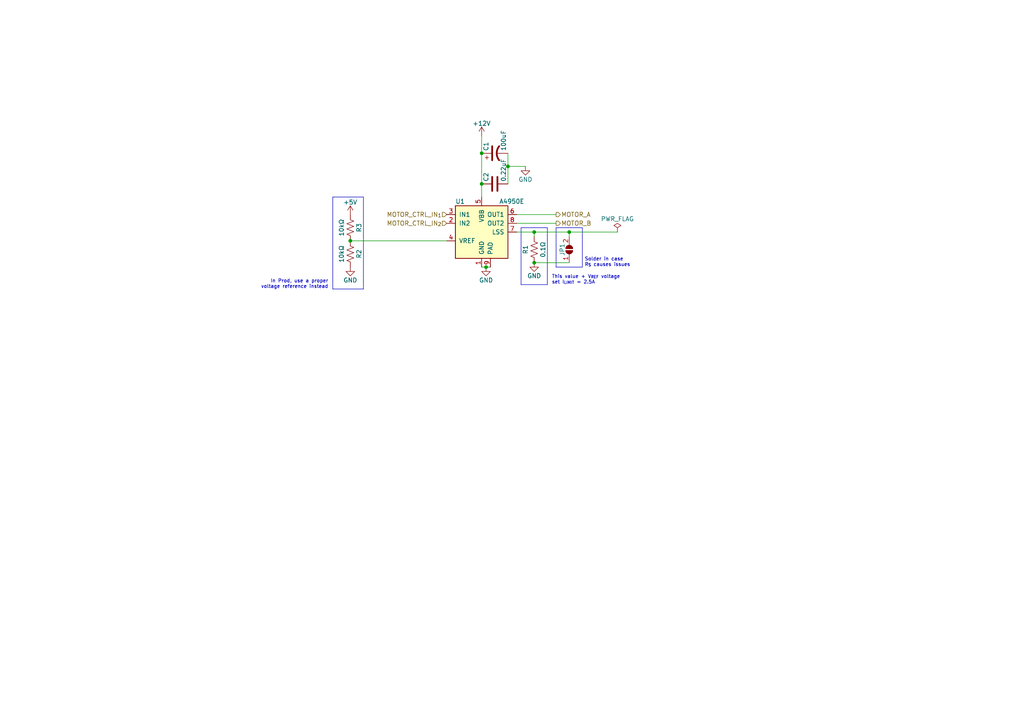
<source format=kicad_sch>
(kicad_sch (version 20230121) (generator eeschema)
  (paper "A4")
  (title_block (title "FooBot-Tests") (date "2023-03-17") (rev "1.0.0") (company "nschoe's labs"))
  (lib_symbols
    (symbol "Device:C" (pin_numbers hide) (pin_names (offset 0.254))
      (property "Reference" "C" (at 0.635 2.54 0))
      (property "Value" "C" (at 0.635 -2.54 0))
      (symbol "C_0_1"
        (polyline (pts (xy -2.032 -0.762) (xy 2.032 -0.762)) (stroke (width 0.508)))
        (polyline (pts (xy -2.032 0.762) (xy 2.032 0.762)) (stroke (width 0.508)))
      )
      (symbol "C_1_1"
        (pin passive line (at 0 3.81 270) (length 2.794) (name "~") (number "1"))
        (pin passive line (at 0 -3.81 90) (length 2.794) (name "~") (number "2"))
      )
    )
    (symbol "Device:C_Polarized_US" (pin_numbers hide) (pin_names (offset 0.254) hide)
      (property "Reference" "C" (at 0.635 2.54 0))
      (property "Value" "C_Polarized_US" (at 0.635 -2.54 0))
      (symbol "C_Polarized_US_0_1"
        (polyline (pts (xy -2.032 0.762) (xy 2.032 0.762)) (stroke (width 0.508)))
        (polyline (pts (xy -1.778 2.286) (xy -0.762 2.286)))
        (polyline (pts (xy -1.27 1.778) (xy -1.27 2.794)))
        (arc (start 2.032 -1.27) (mid 0 -0.5572) (end -2.032 -1.27) (stroke (width 0.508)))
      )
      (symbol "C_Polarized_US_1_1"
        (pin passive line (at 0 3.81 270) (length 2.794) (name "~") (number "1"))
        (pin passive line (at 0 -3.81 90) (length 3.302) (name "~") (number "2"))
      )
    )
    (symbol "Device:R_US" (pin_numbers hide) (pin_names (offset 0))
      (property "Reference" "R" (at 2.54 0 90))
      (property "Value" "R_US" (at -2.54 0 90))
      (symbol "R_US_0_1"
        (polyline (pts (xy 0 -2.286) (xy 0 -2.54)))
        (polyline (pts (xy 0 2.286) (xy 0 2.54)))
        (polyline (pts (xy 0 -0.762) (xy 1.016 -1.143) (xy 0 -1.524) (xy -1.016 -1.905) (xy 0 -2.286)))
        (polyline (pts (xy 0 0.762) (xy 1.016 0.381) (xy 0 0) (xy -1.016 -0.381) (xy 0 -0.762)))
        (polyline (pts (xy 0 2.286) (xy 1.016 1.905) (xy 0 1.524) (xy -1.016 1.143) (xy 0 0.762)))
      )
      (symbol "R_US_1_1"
        (pin passive line (at 0 3.81 270) (length 1.27) (name "~") (number "1"))
        (pin passive line (at 0 -3.81 90) (length 1.27) (name "~") (number "2"))
      )
    )
    (symbol "Driver_Motor:A4950E" (pin_names (offset 1.016))
      (property "Reference" "U" (at -7.62 8.89 0))
      (property "Value" "A4950E" (at 5.08 8.89 0))
      (symbol "A4950E_0_1"
        (rectangle (start -7.62 7.62) (end 7.62 -7.62) (stroke (width 0.254)) (fill (type background)))
      )
      (symbol "A4950E_1_1"
        (pin power_in line (at 0 -10.16 90) (length 2.54) (name "GND") (number "1"))
        (pin input line (at -10.16 2.54 0) (length 2.54) (name "IN2") (number "2"))
        (pin input line (at -10.16 5.08 0) (length 2.54) (name "IN1") (number "3"))
        (pin passive line (at -10.16 -2.54 0) (length 2.54) (name "VREF") (number "4"))
        (pin power_in line (at 0 10.16 270) (length 2.54) (name "VBB") (number "5"))
        (pin power_out line (at 10.16 5.08 180) (length 2.54) (name "OUT1") (number "6"))
        (pin power_in line (at 10.16 0 180) (length 2.54) (name "LSS") (number "7"))
        (pin power_out line (at 10.16 2.54 180) (length 2.54) (name "OUT2") (number "8"))
        (pin power_in line (at 2.54 -10.16 90) (length 2.54) (name "PAD") (number "9"))
      )
    )
    (symbol "Jumper:SolderJumper_2_Open" (pin_names (offset 0) hide)
      (property "Reference" "JP" (at 0 2.032 0))
      (property "Value" "SolderJumper_2_Open" (at 0 -2.54 0))
      (symbol "SolderJumper_2_Open_0_1"
        (arc (start -0.254 1.016) (mid -1.2656 0) (end -0.254 -1.016))
        (arc (start -0.254 1.016) (mid -1.2656 0) (end -0.254 -1.016) (fill (type outline)))
        (polyline (pts (xy -0.254 1.016) (xy -0.254 -1.016)))
        (polyline (pts (xy 0.254 1.016) (xy 0.254 -1.016)))
        (arc (start 0.254 -1.016) (mid 1.2656 0) (end 0.254 1.016))
        (arc (start 0.254 -1.016) (mid 1.2656 0) (end 0.254 1.016) (fill (type outline)))
      )
      (symbol "SolderJumper_2_Open_1_1"
        (pin passive line (at -3.81 0 0) (length 2.54) (name "A") (number "1"))
        (pin passive line (at 3.81 0 180) (length 2.54) (name "B") (number "2"))
      )
    )
    (symbol "power:+12V" (power) (pin_names (offset 0))
      (property "Value" "+12V" (at 0 3.556 0))
      (symbol "+12V_0_1"
        (polyline (pts (xy -0.762 1.27) (xy 0 2.54)))
        (polyline (pts (xy 0 0) (xy 0 2.54)))
        (polyline (pts (xy 0 2.54) (xy 0.762 1.27)))
      )
      (symbol "+12V_1_1"
        (pin power_in line (at 0 0 90) (length 0) hide (name "+12V") (number "1"))
      )
    )
    (symbol "power:+5V" (power) (pin_names (offset 0))
      (property "Value" "+5V" (at 0 3.556 0))
      (symbol "+5V_0_1"
        (polyline (pts (xy -0.762 1.27) (xy 0 2.54)))
        (polyline (pts (xy 0 0) (xy 0 2.54)))
        (polyline (pts (xy 0 2.54) (xy 0.762 1.27)))
      )
      (symbol "+5V_1_1"
        (pin power_in line (at 0 0 90) (length 0) hide (name "+5V") (number "1"))
      )
    )
    (symbol "power:GND" (power) (pin_names (offset 0))
      (property "Value" "GND" (at 0 -3.81 0))
      (symbol "GND_0_1"
        (polyline (pts (xy 0 0) (xy 0 -1.27) (xy 1.27 -1.27) (xy 0 -2.54) (xy -1.27 -1.27) (xy 0 -1.27)))
      )
      (symbol "GND_1_1"
        (pin power_in line (at 0 0 270) (length 0) hide (name "GND") (number "1"))
      )
    )
    (symbol "power:PWR_FLAG" (power) (pin_numbers hide) (pin_names (offset 0) hide)
      (property "Value" "PWR_FLAG" (at 0 3.81 0))
      (symbol "PWR_FLAG_0_0"
        (pin power_out line (at 0 0 90) (length 0) (name "pwr") (number "1"))
      )
      (symbol "PWR_FLAG_0_1"
        (polyline (pts (xy 0 0) (xy 0 1.27) (xy -1.016 1.905) (xy 0 2.54) (xy 1.016 1.905) (xy 0 1.27)))
      )
    )
  )
  (junction (at 154.94 76.2))
  (junction (at 139.7 53.34))
  (junction (at 165.1 67.31))
  (junction (at 140.97 77.47))
  (junction (at 154.94 67.31))
  (junction (at 101.6 69.85))
  (junction (at 147.32 48.26))
  (junction (at 139.7 44.45))
  (wire (pts (xy 147.32 48.26) (xy 147.32 53.34)))
  (polyline (pts (xy 96.52 57.15) (xy 105.41 57.15)))
  (polyline (pts (xy 96.52 83.82) (xy 96.52 57.15)))
  (polyline (pts (xy 151.13 66.04) (xy 158.75 66.04)))
  (wire (pts (xy 139.7 77.47) (xy 140.97 77.47)))
  (polyline (pts (xy 105.41 57.15) (xy 105.41 83.82)))
  (wire (pts (xy 149.86 64.77) (xy 161.29 64.77)))
  (wire (pts (xy 147.32 44.45) (xy 147.32 48.26)))
  (polyline (pts (xy 161.29 66.04) (xy 168.91 66.04)))
  (wire (pts (xy 165.1 68.58) (xy 165.1 67.31)))
  (wire (pts (xy 101.6 69.85) (xy 129.54 69.85)))
  (polyline (pts (xy 158.75 82.55) (xy 151.13 82.55)))
  (wire (pts (xy 149.86 67.31) (xy 154.94 67.31)))
  (wire (pts (xy 139.7 39.37) (xy 139.7 44.45)))
  (polyline (pts (xy 158.75 66.04) (xy 158.75 82.55)))
  (wire (pts (xy 165.1 67.31) (xy 154.94 67.31)))
  (wire (pts (xy 140.97 77.47) (xy 142.24 77.47)))
  (wire (pts (xy 149.86 62.23) (xy 161.29 62.23)))
  (polyline (pts (xy 168.91 77.47) (xy 168.91 66.04)))
  (wire (pts (xy 147.32 48.26) (xy 152.4 48.26)))
  (wire (pts (xy 139.7 53.34) (xy 139.7 57.15)))
  (polyline (pts (xy 161.29 77.47) (xy 168.91 77.47)))
  (polyline (pts (xy 105.41 83.82) (xy 96.52 83.82)))
  (polyline (pts (xy 161.29 66.04) (xy 161.29 77.47)))
  (wire (pts (xy 165.1 67.31) (xy 179.07 67.31)))
  (polyline (pts (xy 151.13 82.55) (xy 151.13 66.04)))
  (wire (pts (xy 139.7 44.45) (xy 139.7 53.34)))
  (wire (pts (xy 154.94 76.2) (xy 165.1 76.2)))
  (wire (pts (xy 154.94 67.31) (xy 154.94 68.58)))
  (text "Solder in case\nR_{S} causes issues" (at 169.545 77.47 0) (effects (font (size 1 1)) (justify left bottom)))
  (text "This value + V_{REF} voltage\nset I_{LIMIT} = 2.5A" (at 160.02 82.55 0) (effects (font (size 1 1)) (justify left bottom)))
  (text "In Prod, use a proper\nvoltage reference instead" (at 95.25 83.82 0) (effects (font (size 1 1)) (justify right bottom)))
  (hierarchical_label "MOTOR_CTRL_IN_{2}" (shape input) (at 129.54 64.77 180))
  (hierarchical_label "MOTOR_A" (shape output) (at 161.29 62.23 0))
  (hierarchical_label "MOTOR_CTRL_IN_{1}" (shape input) (at 129.54 62.23 180))
  (hierarchical_label "MOTOR_B" (shape output) (at 161.29 64.77 0))
  (symbol (lib_id "power:GND") (at 140.97 77.47 0) (unit 1)
    (property "Reference" "#PWR06" (effects hide))
    (property "Value" "GND" (at 140.97 81.28 0))
  )
  (symbol (lib_id "power:+12V") (at 139.7 39.37 0) (unit 1)
    (property "Reference" "#PWR01" (effects hide))
    (property "Value" "+12V" (at 139.7 35.814 0))
  )
  (symbol (lib_id "Device:C") (at 143.51 53.34 90) (unit 1)
    (property "Reference" "C2" (at 140.97 52.705 0) (effects (justify left)))
    (property "Value" "0.22uF" (at 146.05 52.705 0) (effects (justify left)))
    (property "Footprint" "Capacitor_SMD:C_0805_2012Metric" (effects hide))
    (property "Datasheet" "https://datasheet.lcsc.com/lcsc/1810191222_Samsung-Electro-Mechanics-CL21B224KBFNNNE_C5378.pdf" (effects hide))
    (property "LCSC Part" "C5378" (effects hide))
    (property "MPN" "CL21B224KBFNNNE" (effects hide))
  )
  (symbol (lib_id "Device:R_US") (at 101.6 73.66 0) (unit 1)
    (property "Reference" "R2" (at 104.14 73.66 90))
    (property "Value" "10kΩ" (at 99.06 73.66 90))
    (property "Footprint" "Resistor_SMD:R_0603_1608Metric" (effects hide))
    (property "Datasheet" "https://datasheet.lcsc.com/lcsc/2206010045_UNI-ROYAL-Uniroyal-Elec-0603WAF1002T5E_C25804.pdf" (effects hide))
    (property "LCSC Part" "C25804" (effects hide))
    (property "MPN" "0603WAF1002T5E" (effects hide))
  )
  (symbol (lib_id "Driver_Motor:A4950E") (at 139.7 67.31 0) (unit 1)
    (property "Reference" "U1" (at 132.08 58.42 0) (effects (justify left)))
    (property "Value" "A4950E" (at 144.78 58.42 0) (effects (justify left)))
    (property "Footprint" "Package_SO:SOIC-8-1EP_3.9x4.9mm_P1.27mm_EP2.41x3.3mm" (effects hide))
    (property "Datasheet" "http://www.allegromicro.com/~/media/Files/Datasheets/A4950-Datasheet.ashx" (effects hide))
    (property "LCSC Part" "C82404" (effects hide))
    (property "MPN" "A4950ELJTR-T" (effects hide))
  )
  (symbol (lib_id "Device:C_Polarized_US") (at 143.51 44.45 90) (unit 1)
    (property "Reference" "C1" (at 140.97 43.815 0) (effects (justify left)))
    (property "Value" "100uF" (at 146.05 43.815 0) (effects (justify left)))
    (property "Footprint" "Capacitor_THT:C_Radial_D5.0mm_H11.0mm_P2.00mm" (effects hide))
    (property "Datasheet" "https://datasheet.lcsc.com/lcsc/2012181840_PANASONIC-ECA1CM101_C713148.pdf" (effects hide))
    (property "LCSC Part" "C713148" (effects hide))
    (property "MPN" "ECA1CM101" (effects hide))
  )
  (symbol (lib_id "Device:R_US") (at 154.94 72.39 180) (unit 1)
    (property "Reference" "R1" (at 152.4 72.39 90))
    (property "Value" "0.1Ω" (at 157.48 72.39 90))
    (property "Footprint" "Resistor_SMD:R_1206_3216Metric" (effects hide))
    (property "Datasheet" "https://datasheet.lcsc.com/lcsc/2006112326_Milliohm-HoYH1206-1W-100mR-1-_C601090.pdf" (effects hide))
    (property "LCSC Part" "C601090" (effects hide))
    (property "MPN" "HoYH1206-1W-100mR-1%" (effects hide))
  )
  (symbol (lib_id "power:PWR_FLAG") (at 179.07 67.31 0) (unit 1)
    (property "Reference" "#FLG02" (effects hide))
    (property "Value" "PWR_FLAG" (at 179.07 63.5 0))
  )
  (symbol (lib_id "power:GND") (at 152.4 48.26 0) (unit 1)
    (property "Reference" "#PWR02" (effects hide))
    (property "Value" "GND" (at 152.4 52.07 0))
  )
  (symbol (lib_id "power:GND") (at 101.6 77.47 0) (unit 1)
    (property "Reference" "#PWR04" (effects hide))
    (property "Value" "GND" (at 101.6 81.28 0))
  )
  (symbol (lib_id "Device:R_US") (at 101.6 66.04 0) (unit 1)
    (property "Reference" "R3" (at 104.14 66.04 90))
    (property "Value" "10kΩ" (at 99.06 66.04 90))
    (property "Footprint" "Resistor_SMD:R_0603_1608Metric" (effects hide))
    (property "Datasheet" "https://datasheet.lcsc.com/lcsc/2206010045_UNI-ROYAL-Uniroyal-Elec-0603WAF1002T5E_C25804.pdf" (effects hide))
    (property "LCSC Part" "C25804" (effects hide))
    (property "MPN" "0603WAF1002T5E" (effects hide))
  )
  (symbol (lib_id "power:+5V") (at 101.6 62.23 0) (unit 1)
    (property "Reference" "#PWR05" (effects hide))
    (property "Value" "+5V" (at 101.6 58.674 0))
  )
  (symbol (lib_id "Jumper:SolderJumper_2_Open") (at 165.1 72.39 90) (unit 1)
    (property "Reference" "JP1" (at 163.068 72.39 0))
    (property "Value" "SolderJumper_2_Open" (effects hide))
    (property "Footprint" "Jumper:SolderJumper-2_P1.3mm_Open_RoundedPad1.0x1.5mm" (effects hide))
  )
  (symbol (lib_id "power:GND") (at 154.94 76.2 0) (unit 1)
    (property "Reference" "#PWR03" (effects hide))
    (property "Value" "GND" (at 154.94 80.01 0))
  )
)
</source>
